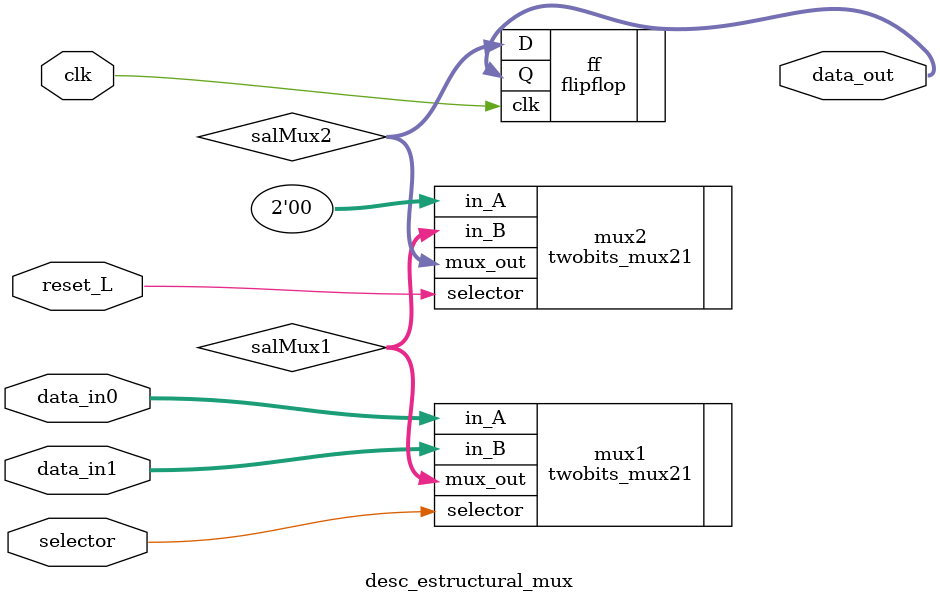
<source format=v>
`include "library_r.v"
module desc_estructural_mux(input [1:0] data_in0,
					input [1:0] data_in1,
					input 	selector,
					input 	reset_L,
					input clk,
					output[1:0] data_out);

	wire [1:0] 	salMux1;
	wire [1:0] 	salMux2; 

    twobits_mux21 mux1(.selector(selector),
				.in_A(data_in0),
				.in_B(data_in1),
				.mux_out(salMux1));

	twobits_mux21 mux2 (.selector(reset_L),
				.in_A(2'b00),
				.in_B(salMux1),
				.mux_out(salMux2));

	flipflop ff(.D(salMux2),
				.clk(clk),
				.Q(data_out));



endmodule

</source>
